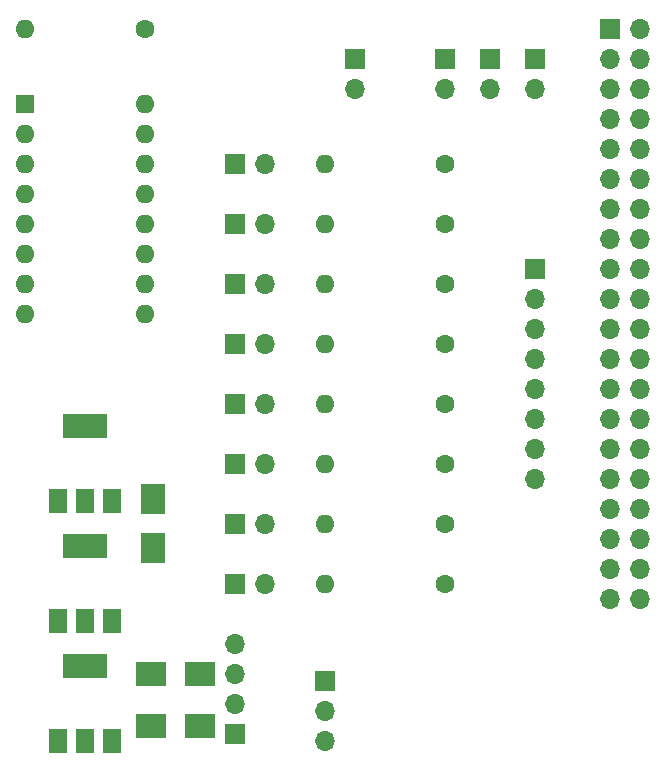
<source format=gbr>
G04 #@! TF.FileFunction,Soldermask,Top*
%FSLAX46Y46*%
G04 Gerber Fmt 4.6, Leading zero omitted, Abs format (unit mm)*
G04 Created by KiCad (PCBNEW 4.0.6) date Wed Dec  6 21:31:40 2017*
%MOMM*%
%LPD*%
G01*
G04 APERTURE LIST*
%ADD10C,0.100000*%
%ADD11R,1.700000X1.700000*%
%ADD12O,1.700000X1.700000*%
%ADD13R,3.800000X2.000000*%
%ADD14R,1.500000X2.000000*%
%ADD15C,1.600000*%
%ADD16O,1.600000X1.600000*%
%ADD17R,1.600000X1.600000*%
%ADD18R,2.030000X2.650000*%
%ADD19R,2.650000X2.030000*%
G04 APERTURE END LIST*
D10*
D11*
X148590000Y-151130000D03*
D12*
X148590000Y-148590000D03*
X148590000Y-146050000D03*
X148590000Y-143510000D03*
D11*
X180340000Y-91440000D03*
D12*
X182880000Y-91440000D03*
X180340000Y-93980000D03*
X182880000Y-93980000D03*
X180340000Y-96520000D03*
X182880000Y-96520000D03*
X180340000Y-99060000D03*
X182880000Y-99060000D03*
X180340000Y-101600000D03*
X182880000Y-101600000D03*
X180340000Y-104140000D03*
X182880000Y-104140000D03*
X180340000Y-106680000D03*
X182880000Y-106680000D03*
X180340000Y-109220000D03*
X182880000Y-109220000D03*
X180340000Y-111760000D03*
X182880000Y-111760000D03*
X180340000Y-114300000D03*
X182880000Y-114300000D03*
X180340000Y-116840000D03*
X182880000Y-116840000D03*
X180340000Y-119380000D03*
X182880000Y-119380000D03*
X180340000Y-121920000D03*
X182880000Y-121920000D03*
X180340000Y-124460000D03*
X182880000Y-124460000D03*
X180340000Y-127000000D03*
X182880000Y-127000000D03*
X180340000Y-129540000D03*
X182880000Y-129540000D03*
X180340000Y-132080000D03*
X182880000Y-132080000D03*
X180340000Y-134620000D03*
X182880000Y-134620000D03*
X180340000Y-137160000D03*
X182880000Y-137160000D03*
X180340000Y-139700000D03*
X182880000Y-139700000D03*
D11*
X156210000Y-146685000D03*
D12*
X156210000Y-149225000D03*
X156210000Y-151765000D03*
D11*
X173990000Y-93980000D03*
D12*
X173990000Y-96520000D03*
D11*
X158750000Y-93980000D03*
D12*
X158750000Y-96520000D03*
D11*
X170180000Y-93980000D03*
D12*
X170180000Y-96520000D03*
D11*
X166370000Y-93980000D03*
D12*
X166370000Y-96520000D03*
D11*
X148590000Y-138430000D03*
D12*
X151130000Y-138430000D03*
D11*
X148590000Y-133350000D03*
D12*
X151130000Y-133350000D03*
D11*
X148590000Y-128270000D03*
D12*
X151130000Y-128270000D03*
D11*
X148590000Y-123190000D03*
D12*
X151130000Y-123190000D03*
D11*
X148590000Y-118110000D03*
D12*
X151130000Y-118110000D03*
D11*
X148590000Y-113030000D03*
D12*
X151130000Y-113030000D03*
D11*
X148590000Y-107950000D03*
D12*
X151130000Y-107950000D03*
D11*
X148590000Y-102870000D03*
D12*
X151130000Y-102870000D03*
D13*
X135890000Y-125120000D03*
D14*
X135890000Y-131420000D03*
X138190000Y-131420000D03*
X133590000Y-131420000D03*
D13*
X135890000Y-135280000D03*
D14*
X135890000Y-141580000D03*
X138190000Y-141580000D03*
X133590000Y-141580000D03*
D13*
X135890000Y-145440000D03*
D14*
X135890000Y-151740000D03*
X138190000Y-151740000D03*
X133590000Y-151740000D03*
D15*
X140970000Y-91440000D03*
D16*
X130810000Y-91440000D03*
D15*
X166370000Y-138430000D03*
D16*
X156210000Y-138430000D03*
D15*
X166370000Y-133350000D03*
D16*
X156210000Y-133350000D03*
D15*
X166370000Y-128270000D03*
D16*
X156210000Y-128270000D03*
D15*
X166370000Y-123190000D03*
D16*
X156210000Y-123190000D03*
D15*
X166370000Y-118110000D03*
D16*
X156210000Y-118110000D03*
D15*
X166370000Y-113030000D03*
D16*
X156210000Y-113030000D03*
D15*
X166370000Y-107950000D03*
D16*
X156210000Y-107950000D03*
D15*
X166370000Y-102870000D03*
D16*
X156210000Y-102870000D03*
D11*
X173990000Y-111760000D03*
D12*
X173990000Y-114300000D03*
X173990000Y-116840000D03*
X173990000Y-119380000D03*
X173990000Y-121920000D03*
X173990000Y-124460000D03*
X173990000Y-127000000D03*
X173990000Y-129540000D03*
D17*
X130810000Y-97790000D03*
D16*
X140970000Y-115570000D03*
X130810000Y-100330000D03*
X140970000Y-113030000D03*
X130810000Y-102870000D03*
X140970000Y-110490000D03*
X130810000Y-105410000D03*
X140970000Y-107950000D03*
X130810000Y-107950000D03*
X140970000Y-105410000D03*
X130810000Y-110490000D03*
X140970000Y-102870000D03*
X130810000Y-113030000D03*
X140970000Y-100330000D03*
X130810000Y-115570000D03*
X140970000Y-97790000D03*
D18*
X141605000Y-131260000D03*
X141605000Y-135440000D03*
D19*
X141420000Y-146050000D03*
X145600000Y-146050000D03*
X141420000Y-150495000D03*
X145600000Y-150495000D03*
M02*

</source>
